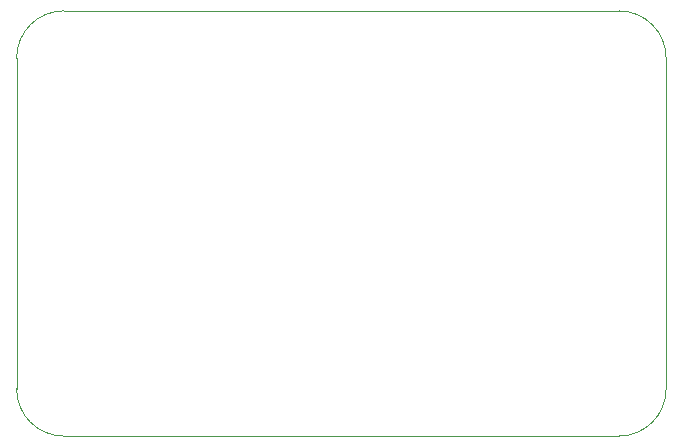
<source format=gbr>
%TF.GenerationSoftware,KiCad,Pcbnew,9.0.6*%
%TF.CreationDate,2025-12-11T07:51:36+01:00*%
%TF.ProjectId,ch32-baseboard-kicad,63683332-2d62-4617-9365-626f6172642d,rev?*%
%TF.SameCoordinates,PX5b8d800PY8954400*%
%TF.FileFunction,Profile,NP*%
%FSLAX46Y46*%
G04 Gerber Fmt 4.6, Leading zero omitted, Abs format (unit mm)*
G04 Created by KiCad (PCBNEW 9.0.6) date 2025-12-11 07:51:36*
%MOMM*%
%LPD*%
G01*
G04 APERTURE LIST*
%TA.AperFunction,Profile*%
%ADD10C,0.050000*%
%TD*%
G04 APERTURE END LIST*
D10*
X4000000Y37000000D02*
X51000000Y37000000D01*
X55000000Y5000000D02*
G75*
G02*
X51000000Y1000000I-4000000J0D01*
G01*
X4000000Y1000000D02*
G75*
G02*
X0Y5000000I0J4000000D01*
G01*
X51000000Y1000000D02*
X4000000Y1000000D01*
X55000000Y33000000D02*
X55000000Y5000000D01*
X51000000Y37000000D02*
G75*
G02*
X55000000Y33000000I0J-4000000D01*
G01*
X0Y33000000D02*
G75*
G02*
X4000000Y37000000I4000000J0D01*
G01*
X0Y5000000D02*
X0Y33000000D01*
M02*

</source>
